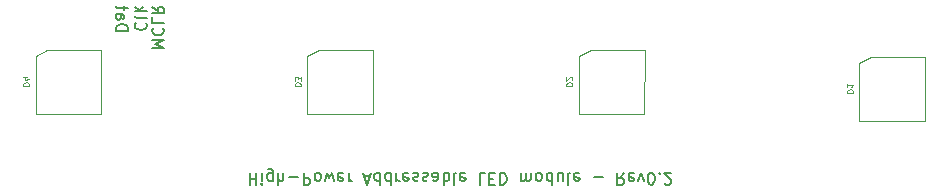
<source format=gbr>
G04 #@! TF.GenerationSoftware,KiCad,Pcbnew,(5.1.2)-2*
G04 #@! TF.CreationDate,2020-01-05T19:11:53-05:00*
G04 #@! TF.ProjectId,AddressableLED,41646472-6573-4736-9162-6c654c45442e,rev?*
G04 #@! TF.SameCoordinates,Original*
G04 #@! TF.FileFunction,Legend,Bot*
G04 #@! TF.FilePolarity,Positive*
%FSLAX46Y46*%
G04 Gerber Fmt 4.6, Leading zero omitted, Abs format (unit mm)*
G04 Created by KiCad (PCBNEW (5.1.2)-2) date 2020-01-05 19:11:53*
%MOMM*%
%LPD*%
G04 APERTURE LIST*
%ADD10C,0.150000*%
%ADD11C,0.200000*%
%ADD12C,0.120000*%
%ADD13C,0.100000*%
G04 APERTURE END LIST*
D10*
X122006366Y-111637819D02*
X122006366Y-112637819D01*
X122006366Y-112161628D02*
X122577795Y-112161628D01*
X122577795Y-111637819D02*
X122577795Y-112637819D01*
X123053985Y-111637819D02*
X123053985Y-112304485D01*
X123053985Y-112637819D02*
X123006366Y-112590200D01*
X123053985Y-112542580D01*
X123101604Y-112590200D01*
X123053985Y-112637819D01*
X123053985Y-112542580D01*
X123958747Y-112304485D02*
X123958747Y-111494961D01*
X123911128Y-111399723D01*
X123863509Y-111352104D01*
X123768271Y-111304485D01*
X123625414Y-111304485D01*
X123530176Y-111352104D01*
X123958747Y-111685438D02*
X123863509Y-111637819D01*
X123673033Y-111637819D01*
X123577795Y-111685438D01*
X123530176Y-111733057D01*
X123482557Y-111828295D01*
X123482557Y-112114009D01*
X123530176Y-112209247D01*
X123577795Y-112256866D01*
X123673033Y-112304485D01*
X123863509Y-112304485D01*
X123958747Y-112256866D01*
X124434938Y-111637819D02*
X124434938Y-112637819D01*
X124863509Y-111637819D02*
X124863509Y-112161628D01*
X124815890Y-112256866D01*
X124720652Y-112304485D01*
X124577795Y-112304485D01*
X124482557Y-112256866D01*
X124434938Y-112209247D01*
X125339700Y-112018771D02*
X126101604Y-112018771D01*
X126577795Y-111637819D02*
X126577795Y-112637819D01*
X126958747Y-112637819D01*
X127053985Y-112590200D01*
X127101604Y-112542580D01*
X127149223Y-112447342D01*
X127149223Y-112304485D01*
X127101604Y-112209247D01*
X127053985Y-112161628D01*
X126958747Y-112114009D01*
X126577795Y-112114009D01*
X127720652Y-111637819D02*
X127625414Y-111685438D01*
X127577795Y-111733057D01*
X127530176Y-111828295D01*
X127530176Y-112114009D01*
X127577795Y-112209247D01*
X127625414Y-112256866D01*
X127720652Y-112304485D01*
X127863509Y-112304485D01*
X127958747Y-112256866D01*
X128006366Y-112209247D01*
X128053985Y-112114009D01*
X128053985Y-111828295D01*
X128006366Y-111733057D01*
X127958747Y-111685438D01*
X127863509Y-111637819D01*
X127720652Y-111637819D01*
X128387319Y-112304485D02*
X128577795Y-111637819D01*
X128768271Y-112114009D01*
X128958747Y-111637819D01*
X129149223Y-112304485D01*
X129911128Y-111685438D02*
X129815890Y-111637819D01*
X129625414Y-111637819D01*
X129530176Y-111685438D01*
X129482557Y-111780676D01*
X129482557Y-112161628D01*
X129530176Y-112256866D01*
X129625414Y-112304485D01*
X129815890Y-112304485D01*
X129911128Y-112256866D01*
X129958747Y-112161628D01*
X129958747Y-112066390D01*
X129482557Y-111971152D01*
X130387319Y-111637819D02*
X130387319Y-112304485D01*
X130387319Y-112114009D02*
X130434938Y-112209247D01*
X130482557Y-112256866D01*
X130577795Y-112304485D01*
X130673033Y-112304485D01*
X131720652Y-111923533D02*
X132196842Y-111923533D01*
X131625414Y-111637819D02*
X131958747Y-112637819D01*
X132292080Y-111637819D01*
X133053985Y-111637819D02*
X133053985Y-112637819D01*
X133053985Y-111685438D02*
X132958747Y-111637819D01*
X132768271Y-111637819D01*
X132673033Y-111685438D01*
X132625414Y-111733057D01*
X132577795Y-111828295D01*
X132577795Y-112114009D01*
X132625414Y-112209247D01*
X132673033Y-112256866D01*
X132768271Y-112304485D01*
X132958747Y-112304485D01*
X133053985Y-112256866D01*
X133958747Y-111637819D02*
X133958747Y-112637819D01*
X133958747Y-111685438D02*
X133863509Y-111637819D01*
X133673033Y-111637819D01*
X133577795Y-111685438D01*
X133530176Y-111733057D01*
X133482557Y-111828295D01*
X133482557Y-112114009D01*
X133530176Y-112209247D01*
X133577795Y-112256866D01*
X133673033Y-112304485D01*
X133863509Y-112304485D01*
X133958747Y-112256866D01*
X134434938Y-111637819D02*
X134434938Y-112304485D01*
X134434938Y-112114009D02*
X134482557Y-112209247D01*
X134530176Y-112256866D01*
X134625414Y-112304485D01*
X134720652Y-112304485D01*
X135434938Y-111685438D02*
X135339700Y-111637819D01*
X135149223Y-111637819D01*
X135053985Y-111685438D01*
X135006366Y-111780676D01*
X135006366Y-112161628D01*
X135053985Y-112256866D01*
X135149223Y-112304485D01*
X135339700Y-112304485D01*
X135434938Y-112256866D01*
X135482557Y-112161628D01*
X135482557Y-112066390D01*
X135006366Y-111971152D01*
X135863509Y-111685438D02*
X135958747Y-111637819D01*
X136149223Y-111637819D01*
X136244461Y-111685438D01*
X136292080Y-111780676D01*
X136292080Y-111828295D01*
X136244461Y-111923533D01*
X136149223Y-111971152D01*
X136006366Y-111971152D01*
X135911128Y-112018771D01*
X135863509Y-112114009D01*
X135863509Y-112161628D01*
X135911128Y-112256866D01*
X136006366Y-112304485D01*
X136149223Y-112304485D01*
X136244461Y-112256866D01*
X136673033Y-111685438D02*
X136768271Y-111637819D01*
X136958747Y-111637819D01*
X137053985Y-111685438D01*
X137101604Y-111780676D01*
X137101604Y-111828295D01*
X137053985Y-111923533D01*
X136958747Y-111971152D01*
X136815890Y-111971152D01*
X136720652Y-112018771D01*
X136673033Y-112114009D01*
X136673033Y-112161628D01*
X136720652Y-112256866D01*
X136815890Y-112304485D01*
X136958747Y-112304485D01*
X137053985Y-112256866D01*
X137958747Y-111637819D02*
X137958747Y-112161628D01*
X137911128Y-112256866D01*
X137815890Y-112304485D01*
X137625414Y-112304485D01*
X137530176Y-112256866D01*
X137958747Y-111685438D02*
X137863509Y-111637819D01*
X137625414Y-111637819D01*
X137530176Y-111685438D01*
X137482557Y-111780676D01*
X137482557Y-111875914D01*
X137530176Y-111971152D01*
X137625414Y-112018771D01*
X137863509Y-112018771D01*
X137958747Y-112066390D01*
X138434938Y-111637819D02*
X138434938Y-112637819D01*
X138434938Y-112256866D02*
X138530176Y-112304485D01*
X138720652Y-112304485D01*
X138815890Y-112256866D01*
X138863509Y-112209247D01*
X138911128Y-112114009D01*
X138911128Y-111828295D01*
X138863509Y-111733057D01*
X138815890Y-111685438D01*
X138720652Y-111637819D01*
X138530176Y-111637819D01*
X138434938Y-111685438D01*
X139482557Y-111637819D02*
X139387319Y-111685438D01*
X139339700Y-111780676D01*
X139339700Y-112637819D01*
X140244461Y-111685438D02*
X140149223Y-111637819D01*
X139958747Y-111637819D01*
X139863509Y-111685438D01*
X139815890Y-111780676D01*
X139815890Y-112161628D01*
X139863509Y-112256866D01*
X139958747Y-112304485D01*
X140149223Y-112304485D01*
X140244461Y-112256866D01*
X140292080Y-112161628D01*
X140292080Y-112066390D01*
X139815890Y-111971152D01*
X141958747Y-111637819D02*
X141482557Y-111637819D01*
X141482557Y-112637819D01*
X142292080Y-112161628D02*
X142625414Y-112161628D01*
X142768271Y-111637819D02*
X142292080Y-111637819D01*
X142292080Y-112637819D01*
X142768271Y-112637819D01*
X143196842Y-111637819D02*
X143196842Y-112637819D01*
X143434938Y-112637819D01*
X143577795Y-112590200D01*
X143673033Y-112494961D01*
X143720652Y-112399723D01*
X143768271Y-112209247D01*
X143768271Y-112066390D01*
X143720652Y-111875914D01*
X143673033Y-111780676D01*
X143577795Y-111685438D01*
X143434938Y-111637819D01*
X143196842Y-111637819D01*
X144958747Y-111637819D02*
X144958747Y-112304485D01*
X144958747Y-112209247D02*
X145006366Y-112256866D01*
X145101604Y-112304485D01*
X145244461Y-112304485D01*
X145339700Y-112256866D01*
X145387319Y-112161628D01*
X145387319Y-111637819D01*
X145387319Y-112161628D02*
X145434938Y-112256866D01*
X145530176Y-112304485D01*
X145673033Y-112304485D01*
X145768271Y-112256866D01*
X145815890Y-112161628D01*
X145815890Y-111637819D01*
X146434938Y-111637819D02*
X146339700Y-111685438D01*
X146292080Y-111733057D01*
X146244461Y-111828295D01*
X146244461Y-112114009D01*
X146292080Y-112209247D01*
X146339700Y-112256866D01*
X146434938Y-112304485D01*
X146577795Y-112304485D01*
X146673033Y-112256866D01*
X146720652Y-112209247D01*
X146768271Y-112114009D01*
X146768271Y-111828295D01*
X146720652Y-111733057D01*
X146673033Y-111685438D01*
X146577795Y-111637819D01*
X146434938Y-111637819D01*
X147625414Y-111637819D02*
X147625414Y-112637819D01*
X147625414Y-111685438D02*
X147530176Y-111637819D01*
X147339700Y-111637819D01*
X147244461Y-111685438D01*
X147196842Y-111733057D01*
X147149223Y-111828295D01*
X147149223Y-112114009D01*
X147196842Y-112209247D01*
X147244461Y-112256866D01*
X147339700Y-112304485D01*
X147530176Y-112304485D01*
X147625414Y-112256866D01*
X148530176Y-112304485D02*
X148530176Y-111637819D01*
X148101604Y-112304485D02*
X148101604Y-111780676D01*
X148149223Y-111685438D01*
X148244461Y-111637819D01*
X148387319Y-111637819D01*
X148482557Y-111685438D01*
X148530176Y-111733057D01*
X149149223Y-111637819D02*
X149053985Y-111685438D01*
X149006366Y-111780676D01*
X149006366Y-112637819D01*
X149911128Y-111685438D02*
X149815890Y-111637819D01*
X149625414Y-111637819D01*
X149530176Y-111685438D01*
X149482557Y-111780676D01*
X149482557Y-112161628D01*
X149530176Y-112256866D01*
X149625414Y-112304485D01*
X149815890Y-112304485D01*
X149911128Y-112256866D01*
X149958747Y-112161628D01*
X149958747Y-112066390D01*
X149482557Y-111971152D01*
X151149223Y-112018771D02*
X151911128Y-112018771D01*
X153720652Y-111637819D02*
X153387319Y-112114009D01*
X153149223Y-111637819D02*
X153149223Y-112637819D01*
X153530176Y-112637819D01*
X153625414Y-112590200D01*
X153673033Y-112542580D01*
X153720652Y-112447342D01*
X153720652Y-112304485D01*
X153673033Y-112209247D01*
X153625414Y-112161628D01*
X153530176Y-112114009D01*
X153149223Y-112114009D01*
X154530176Y-111685438D02*
X154434938Y-111637819D01*
X154244461Y-111637819D01*
X154149223Y-111685438D01*
X154101604Y-111780676D01*
X154101604Y-112161628D01*
X154149223Y-112256866D01*
X154244461Y-112304485D01*
X154434938Y-112304485D01*
X154530176Y-112256866D01*
X154577795Y-112161628D01*
X154577795Y-112066390D01*
X154101604Y-111971152D01*
X154911128Y-112304485D02*
X155149223Y-111637819D01*
X155387319Y-112304485D01*
X155958747Y-112637819D02*
X156053985Y-112637819D01*
X156149223Y-112590200D01*
X156196842Y-112542580D01*
X156244461Y-112447342D01*
X156292080Y-112256866D01*
X156292080Y-112018771D01*
X156244461Y-111828295D01*
X156196842Y-111733057D01*
X156149223Y-111685438D01*
X156053985Y-111637819D01*
X155958747Y-111637819D01*
X155863509Y-111685438D01*
X155815890Y-111733057D01*
X155768271Y-111828295D01*
X155720652Y-112018771D01*
X155720652Y-112256866D01*
X155768271Y-112447342D01*
X155815890Y-112542580D01*
X155863509Y-112590200D01*
X155958747Y-112637819D01*
X156720652Y-111733057D02*
X156768271Y-111685438D01*
X156720652Y-111637819D01*
X156673033Y-111685438D01*
X156720652Y-111733057D01*
X156720652Y-111637819D01*
X157149223Y-112542580D02*
X157196842Y-112590200D01*
X157292080Y-112637819D01*
X157530176Y-112637819D01*
X157625414Y-112590200D01*
X157673033Y-112542580D01*
X157720652Y-112447342D01*
X157720652Y-112352104D01*
X157673033Y-112209247D01*
X157101604Y-111637819D01*
X157720652Y-111637819D01*
D11*
X113746019Y-101102895D02*
X114746019Y-101102895D01*
X114031733Y-100769561D01*
X114746019Y-100436228D01*
X113746019Y-100436228D01*
X113841257Y-99388609D02*
X113793638Y-99436228D01*
X113746019Y-99579085D01*
X113746019Y-99674323D01*
X113793638Y-99817180D01*
X113888876Y-99912419D01*
X113984114Y-99960038D01*
X114174590Y-100007657D01*
X114317447Y-100007657D01*
X114507923Y-99960038D01*
X114603161Y-99912419D01*
X114698400Y-99817180D01*
X114746019Y-99674323D01*
X114746019Y-99579085D01*
X114698400Y-99436228D01*
X114650780Y-99388609D01*
X113746019Y-98483847D02*
X113746019Y-98960038D01*
X114746019Y-98960038D01*
X113746019Y-97579085D02*
X114222209Y-97912419D01*
X113746019Y-98150514D02*
X114746019Y-98150514D01*
X114746019Y-97769561D01*
X114698400Y-97674323D01*
X114650780Y-97626704D01*
X114555542Y-97579085D01*
X114412685Y-97579085D01*
X114317447Y-97626704D01*
X114269828Y-97674323D01*
X114222209Y-97769561D01*
X114222209Y-98150514D01*
X112393457Y-98921842D02*
X112345838Y-98969461D01*
X112298219Y-99112319D01*
X112298219Y-99207557D01*
X112345838Y-99350414D01*
X112441076Y-99445652D01*
X112536314Y-99493271D01*
X112726790Y-99540890D01*
X112869647Y-99540890D01*
X113060123Y-99493271D01*
X113155361Y-99445652D01*
X113250600Y-99350414D01*
X113298219Y-99207557D01*
X113298219Y-99112319D01*
X113250600Y-98969461D01*
X113202980Y-98921842D01*
X112298219Y-98350414D02*
X112345838Y-98445652D01*
X112441076Y-98493271D01*
X113298219Y-98493271D01*
X112298219Y-97969461D02*
X113298219Y-97969461D01*
X112679171Y-97874223D02*
X112298219Y-97588509D01*
X112964885Y-97588509D02*
X112583933Y-97969461D01*
X110710719Y-99628200D02*
X111710719Y-99628200D01*
X111710719Y-99390104D01*
X111663100Y-99247247D01*
X111567861Y-99152009D01*
X111472623Y-99104390D01*
X111282147Y-99056771D01*
X111139290Y-99056771D01*
X110948814Y-99104390D01*
X110853576Y-99152009D01*
X110758338Y-99247247D01*
X110710719Y-99390104D01*
X110710719Y-99628200D01*
X110710719Y-98199628D02*
X111234528Y-98199628D01*
X111329766Y-98247247D01*
X111377385Y-98342485D01*
X111377385Y-98532961D01*
X111329766Y-98628200D01*
X110758338Y-98199628D02*
X110710719Y-98294866D01*
X110710719Y-98532961D01*
X110758338Y-98628200D01*
X110853576Y-98675819D01*
X110948814Y-98675819D01*
X111044052Y-98628200D01*
X111091671Y-98532961D01*
X111091671Y-98294866D01*
X111139290Y-98199628D01*
X111377385Y-97866295D02*
X111377385Y-97485342D01*
X111710719Y-97723438D02*
X110853576Y-97723438D01*
X110758338Y-97675819D01*
X110710719Y-97580580D01*
X110710719Y-97485342D01*
D12*
X179217700Y-101828600D02*
X174637700Y-101828600D01*
X179204900Y-107213400D02*
X179217700Y-101828600D01*
X173647100Y-107213400D02*
X179204900Y-107213400D01*
X173647100Y-102362000D02*
X173647100Y-107213400D01*
X174637700Y-101828600D02*
X173647100Y-102362000D01*
X109456600Y-101244400D02*
X104876600Y-101244400D01*
X109443800Y-106629200D02*
X109456600Y-101244400D01*
X103886000Y-106629200D02*
X109443800Y-106629200D01*
X103886000Y-101777800D02*
X103886000Y-106629200D01*
X104876600Y-101244400D02*
X103886000Y-101777800D01*
X132456600Y-101244400D02*
X127876600Y-101244400D01*
X132443800Y-106629200D02*
X132456600Y-101244400D01*
X126886000Y-106629200D02*
X132443800Y-106629200D01*
X126886000Y-101777800D02*
X126886000Y-106629200D01*
X127876600Y-101244400D02*
X126886000Y-101777800D01*
X155456600Y-101244400D02*
X150876600Y-101244400D01*
X155443800Y-106629200D02*
X155456600Y-101244400D01*
X149886000Y-106629200D02*
X155443800Y-106629200D01*
X149886000Y-101777800D02*
X149886000Y-106629200D01*
X150876600Y-101244400D02*
X149886000Y-101777800D01*
D13*
X172601109Y-104864647D02*
X173101109Y-104864647D01*
X173101109Y-104745600D01*
X173077300Y-104674171D01*
X173029680Y-104626552D01*
X172982061Y-104602742D01*
X172886823Y-104578933D01*
X172815395Y-104578933D01*
X172720157Y-104602742D01*
X172672538Y-104626552D01*
X172624919Y-104674171D01*
X172601109Y-104745600D01*
X172601109Y-104864647D01*
X172601109Y-104102742D02*
X172601109Y-104388457D01*
X172601109Y-104245600D02*
X173101109Y-104245600D01*
X173029680Y-104293219D01*
X172982061Y-104340838D01*
X172958252Y-104388457D01*
X102840009Y-104280447D02*
X103340009Y-104280447D01*
X103340009Y-104161400D01*
X103316200Y-104089971D01*
X103268580Y-104042352D01*
X103220961Y-104018542D01*
X103125723Y-103994733D01*
X103054295Y-103994733D01*
X102959057Y-104018542D01*
X102911438Y-104042352D01*
X102863819Y-104089971D01*
X102840009Y-104161400D01*
X102840009Y-104280447D01*
X103173342Y-103566161D02*
X102840009Y-103566161D01*
X103363819Y-103685209D02*
X103006676Y-103804257D01*
X103006676Y-103494733D01*
X125840009Y-104280447D02*
X126340009Y-104280447D01*
X126340009Y-104161400D01*
X126316200Y-104089971D01*
X126268580Y-104042352D01*
X126220961Y-104018542D01*
X126125723Y-103994733D01*
X126054295Y-103994733D01*
X125959057Y-104018542D01*
X125911438Y-104042352D01*
X125863819Y-104089971D01*
X125840009Y-104161400D01*
X125840009Y-104280447D01*
X126340009Y-103828066D02*
X126340009Y-103518542D01*
X126149533Y-103685209D01*
X126149533Y-103613780D01*
X126125723Y-103566161D01*
X126101914Y-103542352D01*
X126054295Y-103518542D01*
X125935247Y-103518542D01*
X125887628Y-103542352D01*
X125863819Y-103566161D01*
X125840009Y-103613780D01*
X125840009Y-103756638D01*
X125863819Y-103804257D01*
X125887628Y-103828066D01*
X148840009Y-104280447D02*
X149340009Y-104280447D01*
X149340009Y-104161400D01*
X149316200Y-104089971D01*
X149268580Y-104042352D01*
X149220961Y-104018542D01*
X149125723Y-103994733D01*
X149054295Y-103994733D01*
X148959057Y-104018542D01*
X148911438Y-104042352D01*
X148863819Y-104089971D01*
X148840009Y-104161400D01*
X148840009Y-104280447D01*
X149292390Y-103804257D02*
X149316200Y-103780447D01*
X149340009Y-103732828D01*
X149340009Y-103613780D01*
X149316200Y-103566161D01*
X149292390Y-103542352D01*
X149244771Y-103518542D01*
X149197152Y-103518542D01*
X149125723Y-103542352D01*
X148840009Y-103828066D01*
X148840009Y-103518542D01*
M02*

</source>
